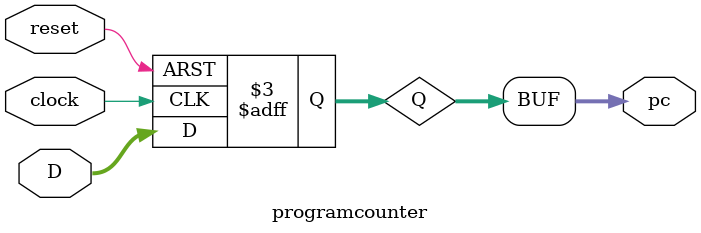
<source format=sv>
`timescale 1ns / 1ps
`default_nettype none


module programcounter(
    input wire clock, reset, 
    input wire [31:0] D,
    output wire [31:0] pc
    );
    
    //Program Counter (pc)
    logic [31:0] Q = 32'h0040_0000;
    always_ff @(posedge clock or posedge reset) begin
        if (reset)
            Q <= 32'h0040_0000;
        else 
            Q <= D;
    end
    
    assign pc = Q;
        
    
endmodule

</source>
